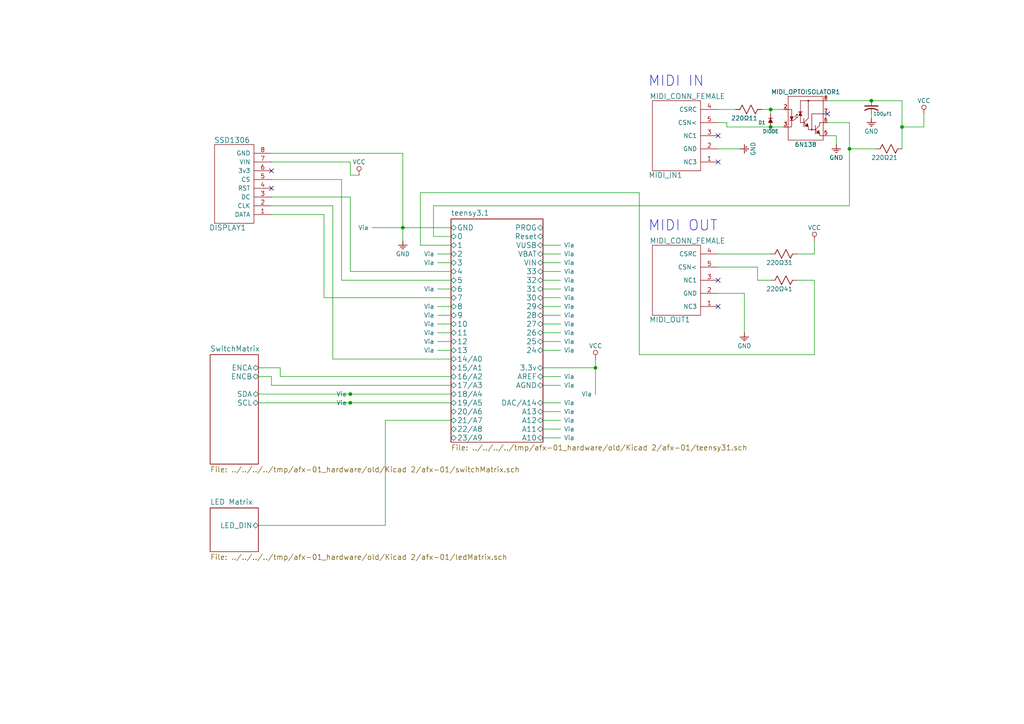
<source format=kicad_sch>
(kicad_sch (version 20230121) (generator eeschema)
  (paper "A4")
  (lib_symbols
    (symbol "ZettaOhm:Cap" (pin_numbers hide) (pin_names (offset 0.254) hide)
      (property "Reference" "C" (at 0.508 -1.27 0))
      (symbol "Cap_0_1"
        (rectangle (start -1.905 1.016) (end 1.905 1.016) (stroke (width 0.3048)))
        (arc (start 1.905 -0.254) (mid 0 0.2737) (end -1.905 -0.254) (stroke (width 0.3048)))
      )
      (symbol "Cap_1_1"
        (pin passive line (at 0 2.54 270) (length 1.397) (name "~") (number "1"))
        (pin passive line (at 0 -1.27 90) (length 1.4986) (name "~") (number "2"))
      )
    )
    (symbol "ZettaOhm:DIODE" (pin_numbers hide) (pin_names (offset 1.016) hide)
      (property "Reference" "D" (at 0 2.54 0))
      (symbol "DIODE_0_1"
        (polyline (pts (xy 1.27 -0.635) (xy 1.27 0.635) (xy 1.27 0.635)))
        (polyline (pts (xy 1.27 0) (xy 0 0.635) (xy 0 -0.635) (xy 0 -0.635)) (fill (type outline)))
      )
      (symbol "DIODE_1_1"
        (pin passive line (at -1.27 0 0) (length 1.27) (name "A") (number "1"))
        (pin passive line (at 2.54 0 180) (length 1.27) (name "K") (number "2"))
      )
    )
    (symbol "ZettaOhm:GND" (power) (pin_names (offset 0))
      (property "Value" "GND" (at 0 -3.81 0))
      (symbol "GND_0_1"
        (rectangle (start -1.27 -1.27) (end 0 -1.27) (stroke (width 0.2032)))
        (rectangle (start 0 -2.286) (end -0.254 -2.286) (stroke (width 0.2032)))
        (rectangle (start 0 -2.286) (end 0.254 -2.286) (stroke (width 0.2032)))
        (rectangle (start 0 -1.778) (end -0.762 -1.778) (stroke (width 0.2032)))
        (rectangle (start 0 -1.778) (end 0.762 -1.778) (stroke (width 0.2032)))
        (rectangle (start 0 0) (end 0 -1.27) (stroke (width 0.2032)))
        (rectangle (start 1.27 -1.27) (end 0 -1.27) (stroke (width 0.2032)))
      )
      (symbol "GND_1_1"
        (pin power_in line (at 0 0 270) (length 0) hide (name "GND") (number "1"))
      )
    )
    (symbol "ZettaOhm:Inline_Via" (pin_names (offset 1.016))
      (symbol "Inline_Via_1_1"
        (pin input line (at 0 0 180) (length 0) (name "Via") (number "~"))
      )
    )
    (symbol "ZettaOhm:MIDI_CONN_FEMALE" (pin_names (offset 1.016))
      (property "Reference" "U" (at -6.35 -11.43 0))
      (property "Value" "MIDI_CONN_FEMALE" (at 2.54 11.43 0))
      (symbol "MIDI_CONN_FEMALE_0_1"
        (rectangle (start -7.62 10.16) (end 6.35 -10.16))
      )
      (symbol "MIDI_CONN_FEMALE_1_1"
        (pin input line (at 11.43 -7.62 180) (length 5.08) (name "NC3") (number "1"))
        (pin input line (at 11.43 -3.81 180) (length 5.08) (name "GND") (number "2"))
        (pin input line (at 11.43 0 180) (length 5.08) (name "NC1") (number "3"))
        (pin input line (at 11.43 7.62 180) (length 5.08) (name "CSRC") (number "4"))
        (pin input line (at 11.43 3.81 180) (length 5.08) (name "CSN<") (number "5"))
      )
    )
    (symbol "ZettaOhm:Resistor" (pin_numbers hide) (pin_names (offset 0))
      (property "Reference" "R" (at 2.54 -1.27 90))
      (symbol "Resistor_0_1"
        (polyline (pts (xy 0 2.54) (xy 1.27 1.905) (xy -1.27 0.635) (xy 1.27 -0.635) (xy -1.27 -1.905) (xy 0 -2.54)) (stroke (width 0.2032)))
      )
      (symbol "Resistor_1_1"
        (pin passive line (at 0 3.81 270) (length 1.27) (name "~") (number "1"))
        (pin passive line (at 0 -3.81 90) (length 1.27) (name "~") (number "2"))
      )
    )
    (symbol "ZettaOhm:SSD1306" (pin_names (offset 1.016))
      (property "Reference" "U" (at -2.54 -10.16 0))
      (property "Value" "SSD1306" (at 0 12.7 0))
      (symbol "SSD1306_0_1"
        (rectangle (start 6.35 11.43) (end -5.08 -11.43))
      )
      (symbol "SSD1306_1_1"
        (pin input line (at 11.43 -8.89 180) (length 5.08) (name "DATA") (number "1"))
        (pin input line (at 11.43 -6.35 180) (length 5.08) (name "CLK") (number "2"))
        (pin input line (at 11.43 -3.81 180) (length 5.08) (name "DC") (number "3"))
        (pin input line (at 11.43 -1.27 180) (length 5.08) (name "RST") (number "4"))
        (pin input line (at 11.43 1.27 180) (length 5.08) (name "CS") (number "5"))
        (pin input line (at 11.43 3.81 180) (length 5.08) (name "3v3") (number "6"))
        (pin input line (at 11.43 6.35 180) (length 5.08) (name "VIN") (number "7"))
        (pin input line (at 11.43 8.89 180) (length 5.08) (name "GND") (number "8"))
      )
    )
    (symbol "afx-01-rescue:6N138" (pin_names (offset 0) hide)
      (property "Reference" "U" (at 0 7.62 0))
      (property "Value" "6N138" (at 0 -7.62 0))
      (symbol "6N138_0_1"
        (polyline (pts (xy -1.524 -1.27) (xy -0.508 -1.27)))
        (polyline (pts (xy -1.524 1.143) (xy -1.524 5.08)))
        (polyline (pts (xy 0.762 -3.302) (xy 0.762 -2.54)))
        (polyline (pts (xy 0.762 0) (xy 0.762 5.08)))
        (polyline (pts (xy 1.778 -3.175) (xy 1.778 1.27)))
        (polyline (pts (xy 2.794 -3.302) (xy 0.762 -3.302)))
        (polyline (pts (xy 4.064 -5.08) (xy 4.064 -4.572)))
        (polyline (pts (xy 4.064 -2.032) (xy 4.064 -1.27)))
        (polyline (pts (xy 5.334 -5.08) (xy 4.064 -5.08)))
        (polyline (pts (xy 5.334 -1.27) (xy 4.064 -1.27)))
        (polyline (pts (xy 5.334 1.27) (xy 1.778 1.27)))
        (polyline (pts (xy 5.334 5.08) (xy -1.524 5.08)))
        (polyline (pts (xy -2.413 1.143) (xy -3.175 0.381) (xy -3.175 0.381)))
        (polyline (pts (xy -1.524 0.762) (xy -1.524 -1.27) (xy -1.524 -1.27)) (fill (type outline)))
        (polyline (pts (xy -0.508 -1.27) (xy 0.762 -2.54) (xy 0.762 -2.54)) (fill (type outline)))
        (polyline (pts (xy -0.508 -1.27) (xy 0.762 0) (xy 0.762 0)) (fill (type outline)))
        (polyline (pts (xy -0.508 0) (xy -0.508 -2.54) (xy -0.508 -2.54)) (fill (type outline)))
        (polyline (pts (xy 2.794 -3.302) (xy 4.064 -4.572) (xy 4.064 -4.572)) (fill (type outline)))
        (polyline (pts (xy 2.794 -3.302) (xy 4.064 -2.032) (xy 4.064 -2.032)) (fill (type outline)))
        (polyline (pts (xy 2.794 -2.032) (xy 2.794 -4.572) (xy 2.794 -4.572)) (fill (type outline)))
        (polyline (pts (xy -5.334 2.54) (xy -4.064 2.54) (xy -4.064 0.508) (xy -4.064 0.508)))
        (polyline (pts (xy -4.064 -0.635) (xy -4.064 -2.54) (xy -5.334 -2.54) (xy -5.334 -2.54)))
        (polyline (pts (xy -3.556 0.508) (xy -4.064 -0.508) (xy -4.572 0.508) (xy -4.572 0.508)) (fill (type outline)))
        (polyline (pts (xy -2.667 0.381) (xy -2.413 0.381) (xy -2.413 0.127) (xy -2.413 0.127)) (fill (type outline)))
        (polyline (pts (xy -2.54 0.254) (xy -3.302 -0.508) (xy -3.302 -0.508) (xy -3.302 -0.508)))
        (polyline (pts (xy -1.524 1.778) (xy -2.032 0.762) (xy -1.016 0.762) (xy -1.016 0.762)) (fill (type outline)))
        (polyline (pts (xy 0.762 -2.54) (xy 0.508 -1.524) (xy -0.254 -2.286) (xy -0.254 -2.286)) (fill (type outline)))
        (polyline (pts (xy 4.064 -4.572) (xy 3.81 -3.556) (xy 3.048 -4.318) (xy 3.048 -4.318)) (fill (type outline)))
        (polyline (pts (xy -4.572 -0.508) (xy -4.572 -0.635) (xy -3.556 -0.635) (xy -3.556 -0.508) (xy -3.556 -0.508)) (fill (type outline)))
        (polyline (pts (xy -2.413 0.889) (xy -2.413 1.143) (xy -2.667 1.143) (xy -2.413 0.889) (xy -2.413 0.889)) (fill (type outline)))
        (polyline (pts (xy -1.016 1.905) (xy -1.016 1.778) (xy -2.032 1.778) (xy -2.032 1.905) (xy -2.032 1.905)) (fill (type outline)))
        (circle (center 0.762 5.08) (radius 0.1778) (fill (type outline)))
        (circle (center 1.778 -3.302) (radius 0.1778) (fill (type outline)))
        (rectangle (start 5.08 6.35) (end -5.08 -6.35))
      )
      (symbol "6N138_1_1"
        (pin passive line (at -6.35 2.54 0) (length 1.016) (name "A") (number "2"))
        (pin passive line (at -6.35 -2.54 0) (length 1.016) (name "K") (number "3"))
        (pin passive line (at 6.35 -5.08 180) (length 1.016) (name "GND") (number "5"))
        (pin passive line (at 6.35 -1.27 180) (length 1.016) (name "Vo") (number "6"))
        (pin passive line (at 6.35 1.27 180) (length 1.016) (name "Vb") (number "7"))
        (pin passive line (at 6.35 5.08 180) (length 1.016) (name "Vcc") (number "8"))
      )
    )
    (symbol "afx-01-rescue:VCC" (power) (pin_names (offset 0))
      (property "Value" "VCC" (at 0 3.81 0))
      (symbol "VCC_0_1"
        (polyline (pts (xy 0 0) (xy 0 1.27)))
        (circle (center 0 1.905) (radius 0.635))
      )
      (symbol "VCC_1_1"
        (pin power_in line (at 0 0 90) (length 0) hide (name "VCC") (number "1"))
      )
    )
  )
  (junction (at 172.72 106.68))
  (junction (at 246.38 43.18))
  (junction (at 261.62 36.83))
  (junction (at 101.6 116.84))
  (junction (at 223.52 36.83))
  (junction (at 101.6 114.3))
  (junction (at 252.73 29.21))
  (junction (at 223.52 31.75))
  (junction (at 116.84 66.04))
  (no_connect (at 240.03 33.02))
  (no_connect (at 78.74 49.53))
  (no_connect (at 208.28 39.37))
  (no_connect (at 208.28 46.99))
  (no_connect (at 208.28 81.28))
  (no_connect (at 78.74 54.61))
  (no_connect (at 208.28 88.9))
  (wire (pts (xy 220.98 31.75) (xy 223.52 31.75)))
  (wire (pts (xy 116.84 66.04) (xy 107.95 66.04)))
  (wire (pts (xy 157.48 124.46) (xy 162.56 124.46)))
  (wire (pts (xy 246.38 59.69) (xy 125.73 59.69)))
  (wire (pts (xy 215.9 85.09) (xy 215.9 96.52)))
  (wire (pts (xy 121.92 71.12) (xy 130.81 71.12)))
  (wire (pts (xy 261.62 36.83) (xy 261.62 43.18)))
  (wire (pts (xy 219.71 77.47) (xy 219.71 81.28)))
  (wire (pts (xy 157.48 93.98) (xy 162.56 93.98)))
  (wire (pts (xy 157.48 88.9) (xy 162.56 88.9)))
  (wire (pts (xy 130.81 93.98) (xy 127 93.98)))
  (wire (pts (xy 130.81 99.06) (xy 127 99.06)))
  (wire (pts (xy 111.76 121.92) (xy 130.81 121.92)))
  (wire (pts (xy 78.74 57.15) (xy 101.6 57.15)))
  (wire (pts (xy 246.38 43.18) (xy 246.38 59.69)))
  (wire (pts (xy 185.42 102.87) (xy 185.42 55.88)))
  (wire (pts (xy 130.81 88.9) (xy 127 88.9)))
  (wire (pts (xy 101.6 116.84) (xy 130.81 116.84)))
  (wire (pts (xy 74.93 116.84) (xy 101.6 116.84)))
  (wire (pts (xy 157.48 73.66) (xy 162.56 73.66)))
  (wire (pts (xy 101.6 78.74) (xy 130.81 78.74)))
  (wire (pts (xy 185.42 55.88) (xy 121.92 55.88)))
  (wire (pts (xy 78.74 46.99) (xy 101.6 46.99)))
  (wire (pts (xy 96.52 104.14) (xy 130.81 104.14)))
  (wire (pts (xy 157.48 119.38) (xy 162.56 119.38)))
  (wire (pts (xy 231.14 81.28) (xy 236.22 81.28)))
  (wire (pts (xy 125.73 68.58) (xy 130.81 68.58)))
  (wire (pts (xy 101.6 114.3) (xy 74.93 114.3)))
  (wire (pts (xy 96.52 59.69) (xy 96.52 104.14)))
  (wire (pts (xy 157.48 111.76) (xy 162.56 111.76)))
  (wire (pts (xy 101.6 57.15) (xy 101.6 78.74)))
  (wire (pts (xy 99.06 81.28) (xy 130.81 81.28)))
  (wire (pts (xy 208.28 31.75) (xy 213.36 31.75)))
  (wire (pts (xy 231.14 73.66) (xy 236.22 73.66)))
  (wire (pts (xy 74.93 152.4) (xy 111.76 152.4)))
  (wire (pts (xy 236.22 102.87) (xy 185.42 102.87)))
  (wire (pts (xy 210.82 36.83) (xy 223.52 36.83)))
  (wire (pts (xy 78.74 111.76) (xy 130.81 111.76)))
  (wire (pts (xy 78.74 62.23) (xy 93.98 62.23)))
  (wire (pts (xy 127 76.2) (xy 130.81 76.2)))
  (wire (pts (xy 78.74 44.45) (xy 116.84 44.45)))
  (wire (pts (xy 78.74 52.07) (xy 99.06 52.07)))
  (wire (pts (xy 81.28 106.68) (xy 81.28 109.22)))
  (wire (pts (xy 116.84 44.45) (xy 116.84 66.04)))
  (wire (pts (xy 157.48 109.22) (xy 162.56 109.22)))
  (wire (pts (xy 210.82 36.83) (xy 210.82 35.56)))
  (wire (pts (xy 157.48 121.92) (xy 162.56 121.92)))
  (wire (pts (xy 157.48 96.52) (xy 162.56 96.52)))
  (wire (pts (xy 99.06 52.07) (xy 99.06 81.28)))
  (wire (pts (xy 157.48 91.44) (xy 162.56 91.44)))
  (wire (pts (xy 157.48 78.74) (xy 162.56 78.74)))
  (wire (pts (xy 130.81 66.04) (xy 116.84 66.04)))
  (wire (pts (xy 157.48 81.28) (xy 162.56 81.28)))
  (wire (pts (xy 208.28 73.66) (xy 223.52 73.66)))
  (wire (pts (xy 125.73 59.69) (xy 125.73 68.58)))
  (wire (pts (xy 74.93 109.22) (xy 78.74 109.22)))
  (wire (pts (xy 261.62 36.83) (xy 267.97 36.83)))
  (wire (pts (xy 240.03 39.37) (xy 242.57 39.37)))
  (wire (pts (xy 236.22 81.28) (xy 236.22 102.87)))
  (wire (pts (xy 157.48 116.84) (xy 162.56 116.84)))
  (wire (pts (xy 208.28 85.09) (xy 215.9 85.09)))
  (wire (pts (xy 157.48 106.68) (xy 172.72 106.68)))
  (wire (pts (xy 219.71 81.28) (xy 223.52 81.28)))
  (wire (pts (xy 240.03 35.56) (xy 246.38 35.56)))
  (wire (pts (xy 116.84 66.04) (xy 116.84 69.85)))
  (wire (pts (xy 157.48 99.06) (xy 162.56 99.06)))
  (wire (pts (xy 157.48 71.12) (xy 162.56 71.12)))
  (wire (pts (xy 172.72 106.68) (xy 172.72 114.3)))
  (wire (pts (xy 157.48 101.6) (xy 162.56 101.6)))
  (wire (pts (xy 223.52 31.75) (xy 227.33 31.75)))
  (wire (pts (xy 130.81 96.52) (xy 127 96.52)))
  (wire (pts (xy 223.52 33.02) (xy 223.52 31.75)))
  (wire (pts (xy 172.72 104.14) (xy 172.72 106.68)))
  (wire (pts (xy 130.81 91.44) (xy 127 91.44)))
  (wire (pts (xy 78.74 59.69) (xy 96.52 59.69)))
  (wire (pts (xy 130.81 83.82) (xy 127 83.82)))
  (wire (pts (xy 208.28 77.47) (xy 219.71 77.47)))
  (wire (pts (xy 208.28 43.18) (xy 214.63 43.18)))
  (wire (pts (xy 157.48 86.36) (xy 162.56 86.36)))
  (wire (pts (xy 223.52 36.83) (xy 227.33 36.83)))
  (wire (pts (xy 157.48 127) (xy 162.56 127)))
  (wire (pts (xy 127 73.66) (xy 130.81 73.66)))
  (wire (pts (xy 210.82 35.56) (xy 208.28 35.56)))
  (wire (pts (xy 242.57 39.37) (xy 242.57 41.91)))
  (wire (pts (xy 93.98 86.36) (xy 130.81 86.36)))
  (wire (pts (xy 101.6 46.99) (xy 101.6 50.8)))
  (wire (pts (xy 81.28 109.22) (xy 130.81 109.22)))
  (wire (pts (xy 157.48 83.82) (xy 162.56 83.82)))
  (wire (pts (xy 130.81 114.3) (xy 101.6 114.3)))
  (wire (pts (xy 252.73 33.02) (xy 252.73 34.29)))
  (wire (pts (xy 267.97 36.83) (xy 267.97 33.02)))
  (wire (pts (xy 236.22 73.66) (xy 236.22 69.85)))
  (wire (pts (xy 93.98 62.23) (xy 93.98 86.36)))
  (wire (pts (xy 252.73 29.21) (xy 261.62 29.21)))
  (wire (pts (xy 74.93 106.68) (xy 81.28 106.68)))
  (wire (pts (xy 246.38 35.56) (xy 246.38 43.18)))
  (wire (pts (xy 240.03 29.21) (xy 252.73 29.21)))
  (wire (pts (xy 121.92 55.88) (xy 121.92 71.12)))
  (wire (pts (xy 261.62 29.21) (xy 261.62 36.83)))
  (wire (pts (xy 111.76 152.4) (xy 111.76 121.92)))
  (wire (pts (xy 246.38 43.18) (xy 254 43.18)))
  (wire (pts (xy 78.74 109.22) (xy 78.74 111.76)))
  (wire (pts (xy 157.48 76.2) (xy 162.56 76.2)))
  (wire (pts (xy 130.81 101.6) (xy 127 101.6)))
  (wire (pts (xy 101.6 50.8) (xy 104.14 50.8)))
  (text "MIDI IN" (at 187.96 25.4 0) (effects (font (size 2.9972 2.9972)) (justify left bottom)))
  (text "MIDI OUT" (at 187.96 67.31 0) (effects (font (size 2.9972 2.9972)) (justify left bottom)))
  (symbol (lib_id "ZettaOhm:MIDI_CONN_FEMALE") (at 196.85 81.28 0) (unit 1)
    (property "Reference" "MIDI_OUT1" (at 194.31 92.71 0) (effects (font (size 1.524 1.524))))
    (property "Value" "MIDI_CONN_FEMALE" (at 199.39 69.85 0) (effects (font (size 1.524 1.524))))
  )
  (symbol (lib_id "ZettaOhm:MIDI_CONN_FEMALE") (at 196.85 39.37 0) (unit 1)
    (property "Reference" "MIDI_IN1" (at 193.04 50.8 0) (effects (font (size 1.524 1.524))))
    (property "Value" "MIDI_CONN_FEMALE" (at 199.39 27.94 0) (effects (font (size 1.524 1.524))))
  )
  (symbol (lib_id "afx-01-rescue:6N138") (at 233.68 34.29 0) (unit 1)
    (property "Reference" "MIDI_OPTOISOLATOR1" (at 233.68 26.67 0))
    (property "Value" "6N138" (at 233.68 41.91 0))
  )
  (symbol (lib_id "ZettaOhm:DIODE") (at 223.52 35.56 90) (unit 1)
    (property "Reference" "D1" (at 220.98 35.56 90) (effects (font (size 1.016 1.016))))
    (property "Value" "DIODE" (at 223.52 38.1 90) (effects (font (size 1.016 1.016))))
    (property "Footprint" "Diodes_SMD:Diode-SMA_Handsoldering" (effects hide))
  )
  (symbol (lib_id "ZettaOhm:Resistor") (at 217.17 31.75 270) (unit 1)
    (property "Reference" "220Ω11" (at 215.9 34.29 90))
    (property "Value" "Resistor" (effects hide))
    (property "Footprint" "Resistors_SMD:R_0805_HandSoldering" (effects hide))
  )
  (symbol (lib_id "ZettaOhm:GND") (at 214.63 43.18 90) (unit 1)
    (property "Reference" "#PWR01" (effects hide))
    (property "Value" "GND" (at 218.44 43.18 0))
  )
  (symbol (lib_id "ZettaOhm:Cap") (at 252.73 31.75 0) (unit 1)
    (property "Reference" "100µf1" (at 253.238 33.02 0) (effects (font (size 0.9906 0.9906)) (justify left)))
    (property "Value" "Cap" (effects hide))
    (property "Footprint" "Capacitors_SMD:C_0805_HandSoldering" (effects hide))
  )
  (symbol (lib_id "ZettaOhm:GND") (at 252.73 34.29 0) (unit 1)
    (property "Reference" "#PWR02" (effects hide))
    (property "Value" "GND" (at 252.73 38.1 0))
  )
  (symbol (lib_id "ZettaOhm:Resistor") (at 257.81 43.18 270) (unit 1)
    (property "Reference" "220Ω21" (at 256.54 45.72 90))
    (property "Value" "Resistor" (effects hide))
    (property "Footprint" "Resistors_SMD:R_0805_HandSoldering" (effects hide))
  )
  (symbol (lib_id "afx-01-rescue:VCC") (at 267.97 33.02 0) (unit 1)
    (property "Reference" "#PWR03" (effects hide))
    (property "Value" "VCC" (at 267.97 29.21 0))
  )
  (symbol (lib_id "ZettaOhm:GND") (at 242.57 41.91 0) (unit 1)
    (property "Reference" "#PWR04" (effects hide))
    (property "Value" "GND" (at 242.57 45.72 0))
  )
  (symbol (lib_id "ZettaOhm:Resistor") (at 227.33 73.66 270) (unit 1)
    (property "Reference" "220Ω31" (at 226.06 76.2 90))
    (property "Value" "Resistor" (effects hide))
    (property "Footprint" "Resistors_SMD:R_0805_HandSoldering" (effects hide))
  )
  (symbol (lib_id "afx-01-rescue:VCC") (at 236.22 69.85 0) (unit 1)
    (property "Reference" "#PWR05" (effects hide))
    (property "Value" "VCC" (at 236.22 66.04 0))
  )
  (symbol (lib_id "ZettaOhm:Resistor") (at 227.33 81.28 270) (unit 1)
    (property "Reference" "220Ω41" (at 226.06 83.82 90))
    (property "Value" "Resistor" (effects hide))
    (property "Footprint" "Resistors_SMD:R_0805_HandSoldering" (effects hide))
  )
  (symbol (lib_id "ZettaOhm:GND") (at 215.9 96.52 0) (unit 1)
    (property "Reference" "#PWR06" (effects hide))
    (property "Value" "GND" (at 215.9 100.33 0))
  )
  (symbol (lib_id "ZettaOhm:GND") (at 116.84 69.85 0) (unit 1)
    (property "Reference" "#PWR07" (effects hide))
    (property "Value" "GND" (at 116.84 73.66 0))
  )
  (symbol (lib_id "afx-01-rescue:VCC") (at 172.72 104.14 0) (unit 1)
    (property "Reference" "#PWR08" (effects hide))
    (property "Value" "VCC" (at 172.72 100.33 0))
  )
  (symbol (lib_id "ZettaOhm:SSD1306") (at 67.31 53.34 0) (unit 1)
    (property "Reference" "DISPLAY1" (at 66.04 66.04 0) (effects (font (size 1.524 1.524))))
    (property "Value" "SSD1306" (at 67.31 40.64 0) (effects (font (size 1.524 1.524))))
    (property "Footprint" "Pin_Headers:Pin_Header_Straight_1x08" (effects hide))
  )
  (symbol (lib_id "afx-01-rescue:VCC") (at 104.14 50.8 0) (unit 1)
    (property "Reference" "#PWR09" (effects hide))
    (property "Value" "VCC" (at 104.14 46.99 0))
  )
  (symbol (lib_id "ZettaOhm:Inline_Via") (at 101.6 114.3 0) (unit 1)
    (property "Reference" "U25" (effects hide))
    (property "Value" "Inline_Via" (effects hide))
  )
  (symbol (lib_id "ZettaOhm:Inline_Via") (at 101.6 116.84 0) (unit 1)
    (property "Reference" "U27" (effects hide))
    (property "Value" "Inline_Via" (effects hide))
  )
  (symbol (lib_id "ZettaOhm:Inline_Via") (at 127 101.6 0) (unit 1)
    (property "Reference" "U21" (effects hide))
    (property "Value" "Inline_Via" (effects hide))
  )
  (symbol (lib_id "ZettaOhm:Inline_Via") (at 127 99.06 0) (unit 1)
    (property "Reference" "U19" (effects hide))
    (property "Value" "Inline_Via" (effects hide))
  )
  (symbol (lib_id "ZettaOhm:Inline_Via") (at 127 96.52 0) (unit 1)
    (property "Reference" "U17" (effects hide))
    (property "Value" "Inline_Via" (effects hide))
  )
  (symbol (lib_id "ZettaOhm:Inline_Via") (at 127 93.98 0) (unit 1)
    (property "Reference" "U15" (effects hide))
    (property "Value" "Inline_Via" (effects hide))
  )
  (symbol (lib_id "ZettaOhm:Inline_Via") (at 127 91.44 0) (unit 1)
    (property "Reference" "U13" (effects hide))
    (property "Value" "Inline_Via" (effects hide))
  )
  (symbol (lib_id "ZettaOhm:Inline_Via") (at 127 88.9 0) (unit 1)
    (property "Reference" "U11" (effects hide))
    (property "Value" "Inline_Via" (effects hide))
  )
  (symbol (lib_id "ZettaOhm:Inline_Via") (at 162.56 101.6 180) (unit 1)
    (property "Reference" "U22" (effects hide))
    (property "Value" "Inline_Via" (effects hide))
  )
  (symbol (lib_id "ZettaOhm:Inline_Via") (at 162.56 99.06 180) (unit 1)
    (property "Reference" "U20" (effects hide))
    (property "Value" "Inline_Via" (effects hide))
  )
  (symbol (lib_id "ZettaOhm:Inline_Via") (at 162.56 96.52 180) (unit 1)
    (property "Reference" "U18" (effects hide))
    (property "Value" "Inline_Via" (effects hide))
  )
  (symbol (lib_id "ZettaOhm:Inline_Via") (at 162.56 93.98 180) (unit 1)
    (property "Reference" "U16" (effects hide))
    (property "Value" "Inline_Via" (effects hide))
  )
  (symbol (lib_id "ZettaOhm:Inline_Via") (at 162.56 81.28 180) (unit 1)
    (property "Reference" "U7" (effects hide))
    (property "Value" "Inline_Via" (effects hide))
  )
  (symbol (lib_id "ZettaOhm:Inline_Via") (at 162.56 78.74 180) (unit 1)
    (property "Reference" "U6" (effects hide))
    (property "Value" "Inline_Via" (effects hide))
  )
  (symbol (lib_id "ZettaOhm:Inline_Via") (at 162.56 91.44 180) (unit 1)
    (property "Reference" "U14" (effects hide))
    (property "Value" "Inline_Via" (effects hide))
  )
  (symbol (lib_id "ZettaOhm:Inline_Via") (at 162.56 88.9 180) (unit 1)
    (property "Reference" "U12" (effects hide))
    (property "Value" "Inline_Via" (effects hide))
  )
  (symbol (lib_id "ZettaOhm:Inline_Via") (at 162.56 86.36 180) (unit 1)
    (property "Reference" "U10" (effects hide))
    (property "Value" "Inline_Via" (effects hide))
  )
  (symbol (lib_id "ZettaOhm:Inline_Via") (at 162.56 83.82 180) (unit 1)
    (property "Reference" "U9" (effects hide))
    (property "Value" "Inline_Via" (effects hide))
  )
  (symbol (lib_id "ZettaOhm:Inline_Via") (at 162.56 127 180) (unit 1)
    (property "Reference" "U33" (effects hide))
    (property "Value" "Inline_Via" (effects hide))
  )
  (symbol (lib_id "ZettaOhm:Inline_Via") (at 162.56 124.46 180) (unit 1)
    (property "Reference" "U32" (effects hide))
    (property "Value" "Inline_Via" (effects hide))
  )
  (symbol (lib_id "ZettaOhm:Inline_Via") (at 162.56 121.92 180) (unit 1)
    (property "Reference" "U30" (effects hide))
    (property "Value" "Inline_Via" (effects hide))
  )
  (symbol (lib_id "ZettaOhm:Inline_Via") (at 162.56 119.38 180) (unit 1)
    (property "Reference" "U29" (effects hide))
    (property "Value" "Inline_Via" (effects hide))
  )
  (symbol (lib_id "ZettaOhm:Inline_Via") (at 162.56 116.84 180) (unit 1)
    (property "Reference" "U28" (effects hide))
    (property "Value" "Inline_Via" (effects hide))
  )
  (symbol (lib_id "ZettaOhm:Inline_Via") (at 107.95 66.04 0) (unit 1)
    (property "Reference" "U31" (effects hide))
    (property "Value" "Inline_Via" (effects hide))
  )
  (symbol (lib_id "ZettaOhm:Inline_Via") (at 172.72 114.3 0) (unit 1)
    (property "Reference" "U26" (effects hide))
    (property "Value" "Inline_Via" (effects hide))
  )
  (symbol (lib_id "ZettaOhm:Inline_Via") (at 162.56 76.2 180) (unit 1)
    (property "Reference" "U5" (effects hide))
    (property "Value" "Inline_Via" (effects hide))
  )
  (symbol (lib_id "ZettaOhm:Inline_Via") (at 162.56 73.66 180) (unit 1)
    (property "Reference" "U3" (effects hide))
    (property "Value" "Inline_Via" (effects hide))
  )
  (symbol (lib_id "ZettaOhm:Inline_Via") (at 162.56 71.12 180) (unit 1)
    (property "Reference" "U1" (effects hide))
    (property "Value" "Inline_Via" (effects hide))
  )
  (symbol (lib_id "ZettaOhm:Inline_Via") (at 162.56 109.22 180) (unit 1)
    (property "Reference" "U23" (effects hide))
    (property "Value" "Inline_Via" (effects hide))
  )
  (symbol (lib_id "ZettaOhm:Inline_Via") (at 162.56 111.76 180) (unit 1)
    (property "Reference" "U24" (effects hide))
    (property "Value" "Inline_Via" (effects hide))
  )
  (symbol (lib_id "ZettaOhm:Inline_Via") (at 127 73.66 0) (unit 1)
    (property "Reference" "U2" (effects hide))
    (property "Value" "Inline_Via" (effects hide))
  )
  (symbol (lib_id "ZettaOhm:Inline_Via") (at 127 76.2 0) (unit 1)
    (property "Reference" "U4" (effects hide))
    (property "Value" "Inline_Via" (effects hide))
  )
  (symbol (lib_id "ZettaOhm:Inline_Via") (at 127 83.82 0) (unit 1)
    (property "Reference" "U8" (effects hide))
    (property "Value" "Inline_Via" (effects hide))
  )
  (sheet (at 130.81 63.5) (size 26.67 64.77)
    (property "Sheetname" "teensy3.1" (at 130.81 62.6614 0) (effects (font (size 1.524 1.524)) (justify left bottom)))
    (property "Sheetfile" "../../../../tmp/afx-01_hardware/old/Kicad 2/afx-01/teensy31.sch" (at 130.81 128.9562 0) (effects (font (size 1.524 1.524)) (justify left top)))
    (pin "GND" bidirectional (at 130.81 66.04 180) (effects (font (size 1.524 1.524))))
    (pin "0" bidirectional (at 130.81 68.58 180) (effects (font (size 1.524 1.524))))
    (pin "1" bidirectional (at 130.81 71.12 180) (effects (font (size 1.524 1.524))))
    (pin "2" bidirectional (at 130.81 73.66 180) (effects (font (size 1.524 1.524))))
    (pin "3" bidirectional (at 130.81 76.2 180) (effects (font (size 1.524 1.524))))
    (pin "4" bidirectional (at 130.81 78.74 180) (effects (font (size 1.524 1.524))))
    (pin "5" bidirectional (at 130.81 81.28 180) (effects (font (size 1.524 1.524))))
    (pin "6" bidirectional (at 130.81 83.82 180) (effects (font (size 1.524 1.524))))
    (pin "7" bidirectional (at 130.81 86.36 180) (effects (font (size 1.524 1.524))))
    (pin "8" bidirectional (at 130.81 88.9 180) (effects (font (size 1.524 1.524))))
    (pin "9" bidirectional (at 130.81 91.44 180) (effects (font (size 1.524 1.524))))
    (pin "10" bidirectional (at 130.81 93.98 180) (effects (font (size 1.524 1.524))))
    (pin "11" bidirectional (at 130.81 96.52 180) (effects (font (size 1.524 1.524))))
    (pin "12" bidirectional (at 130.81 99.06 180) (effects (font (size 1.524 1.524))))
    (pin "13" bidirectional (at 130.81 101.6 180) (effects (font (size 1.524 1.524))))
    (pin "24" bidirectional (at 157.48 101.6 0) (effects (font (size 1.524 1.524))))
    (pin "25" bidirectional (at 157.48 99.06 0) (effects (font (size 1.524 1.524))))
    (pin "26" bidirectional (at 157.48 96.52 0) (effects (font (size 1.524 1.524))))
    (pin "27" bidirectional (at 157.48 93.98 0) (effects (font (size 1.524 1.524))))
    (pin "28" bidirectional (at 157.48 91.44 0) (effects (font (size 1.524 1.524))))
    (pin "29" bidirectional (at 157.48 88.9 0) (effects (font (size 1.524 1.524))))
    (pin "30" bidirectional (at 157.48 86.36 0) (effects (font (size 1.524 1.524))))
    (pin "31" bidirectional (at 157.48 83.82 0) (effects (font (size 1.524 1.524))))
    (pin "32" bidirectional (at 157.48 81.28 0) (effects (font (size 1.524 1.524))))
    (pin "33" bidirectional (at 157.48 78.74 0) (effects (font (size 1.524 1.524))))
    (pin "3.3v" bidirectional (at 157.48 106.68 0) (effects (font (size 1.524 1.524))))
    (pin "Reset" bidirectional (at 157.48 68.58 0) (effects (font (size 1.524 1.524))))
    (pin "PROG" bidirectional (at 157.48 66.04 0) (effects (font (size 1.524 1.524))))
    (pin "VBAT" bidirectional (at 157.48 73.66 0) (effects (font (size 1.524 1.524))))
    (pin "AGND" bidirectional (at 157.48 111.76 0) (effects (font (size 1.524 1.524))))
    (pin "VIN" bidirectional (at 157.48 76.2 0) (effects (font (size 1.524 1.524))))
    (pin "14/A0" bidirectional (at 130.81 104.14 180) (effects (font (size 1.524 1.524))))
    (pin "15/A1" bidirectional (at 130.81 106.68 180) (effects (font (size 1.524 1.524))))
    (pin "16/A2" bidirectional (at 130.81 109.22 180) (effects (font (size 1.524 1.524))))
    (pin "17/A3" bidirectional (at 130.81 111.76 180) (effects (font (size 1.524 1.524))))
    (pin "18/A4" bidirectional (at 130.81 114.3 180) (effects (font (size 1.524 1.524))))
    (pin "19/A5" bidirectional (at 130.81 116.84 180) (effects (font (size 1.524 1.524))))
    (pin "20/A6" bidirectional (at 130.81 119.38 180) (effects (font (size 1.524 1.524))))
    (pin "21/A7" bidirectional (at 130.81 121.92 180) (effects (font (size 1.524 1.524))))
    (pin "22/A8" bidirectional (at 130.81 124.46 180) (effects (font (size 1.524 1.524))))
    (pin "23/A9" bidirectional (at 130.81 127 180) (effects (font (size 1.524 1.524))))
    (pin "VUSB" bidirectional (at 157.48 71.12 0) (effects (font (size 1.524 1.524))))
    (pin "A10" bidirectional (at 157.48 127 0) (effects (font (size 1.524 1.524))))
    (pin "A11" bidirectional (at 157.48 124.46 0) (effects (font (size 1.524 1.524))))
    (pin "AREF" bidirectional (at 157.48 109.22 0) (effects (font (size 1.524 1.524))))
    (pin "A12" bidirectional (at 157.48 121.92 0) (effects (font (size 1.524 1.524))))
    (pin "DAC/A14" bidirectional (at 157.48 116.84 0) (effects (font (size 1.524 1.524))))
    (pin "A13" bidirectional (at 157.48 119.38 0) (effects (font (size 1.524 1.524))))
  )
  (sheet (at 60.96 102.87) (size 13.97 31.75)
    (property "Sheetname" "SwitchMatrix" (at 60.96 102.0314 0) (effects (font (size 1.524 1.524)) (justify left bottom)))
    (property "Sheetfile" "../../../../tmp/afx-01_hardware/old/Kicad 2/afx-01/switchMatrix.sch" (at 60.96 135.3062 0) (effects (font (size 1.524 1.524)) (justify left top)))
    (pin "SDA" bidirectional (at 74.93 114.3 0) (effects (font (size 1.524 1.524))))
    (pin "SCL" bidirectional (at 74.93 116.84 0) (effects (font (size 1.524 1.524))))
    (pin "ENCA" bidirectional (at 74.93 106.68 0) (effects (font (size 1.524 1.524))))
    (pin "ENCB" bidirectional (at 74.93 109.22 0) (effects (font (size 1.524 1.524))))
  )
  (sheet (at 60.96 147.32) (size 13.97 12.7)
    (property "Sheetname" "LED Matrix" (at 60.96 146.4814 0) (effects (font (size 1.524 1.524)) (justify left bottom)))
    (property "Sheetfile" "../../../../tmp/afx-01_hardware/old/Kicad 2/afx-01/ledMatrix.sch" (at 60.96 160.7062 0) (effects (font (size 1.524 1.524)) (justify left top)))
    (pin "LED_DIN" bidirectional (at 74.93 152.4 0) (effects (font (size 1.524 1.524))))
  )
)
</source>
